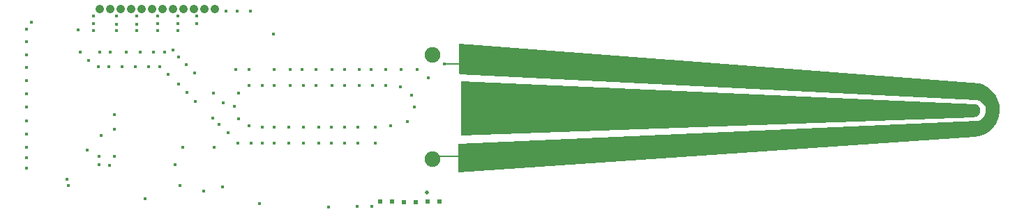
<source format=gbr>
G04 EAGLE Gerber RS-274X export*
G75*
%MOMM*%
%FSLAX34Y34*%
%LPD*%
%INCopper Layer 15*%
%IPPOS*%
%AMOC8*
5,1,8,0,0,1.08239X$1,22.5*%
G01*
%ADD10C,1.905000*%
%ADD11C,1.050000*%
%ADD12C,0.453200*%
%ADD13C,0.603200*%
%ADD14C,0.203200*%
%ADD15C,0.503200*%

G36*
X537795Y58103D02*
X537795Y58103D01*
X537803Y58102D01*
X1163278Y101366D01*
X1163298Y101371D01*
X1163331Y101372D01*
X1167817Y101998D01*
X1167848Y102008D01*
X1167921Y102020D01*
X1172276Y103264D01*
X1172305Y103277D01*
X1172376Y103300D01*
X1176516Y105136D01*
X1176543Y105154D01*
X1176610Y105186D01*
X1180455Y107579D01*
X1180480Y107601D01*
X1180541Y107641D01*
X1184017Y110546D01*
X1184038Y110570D01*
X1184093Y110619D01*
X1187132Y113978D01*
X1187149Y114006D01*
X1187197Y114062D01*
X1187675Y114766D01*
X1188191Y115527D01*
X1188707Y116289D01*
X1188708Y116289D01*
X1189740Y117810D01*
X1189753Y117840D01*
X1189793Y117902D01*
X1191790Y121967D01*
X1191799Y121998D01*
X1191830Y122066D01*
X1193243Y126369D01*
X1193247Y126392D01*
X1193254Y126408D01*
X1193257Y126429D01*
X1193269Y126472D01*
X1194071Y130930D01*
X1194071Y130962D01*
X1194082Y131035D01*
X1194257Y135561D01*
X1194253Y135593D01*
X1194254Y135667D01*
X1193798Y140174D01*
X1193790Y140205D01*
X1193780Y140278D01*
X1192703Y144678D01*
X1192691Y144707D01*
X1192671Y144778D01*
X1190993Y148986D01*
X1190976Y149014D01*
X1190947Y149081D01*
X1188701Y153015D01*
X1188681Y153040D01*
X1188643Y153103D01*
X1185872Y156686D01*
X1185848Y156708D01*
X1185802Y156765D01*
X1182560Y159929D01*
X1182534Y159948D01*
X1182479Y159998D01*
X1178830Y162681D01*
X1178801Y162696D01*
X1178741Y162738D01*
X1174754Y164888D01*
X1174723Y164898D01*
X1174657Y164931D01*
X1170411Y166507D01*
X1170389Y166511D01*
X1170369Y166521D01*
X1170204Y166552D01*
X539058Y214816D01*
X539009Y214812D01*
X538961Y214818D01*
X538887Y214802D01*
X538813Y214795D01*
X538768Y214776D01*
X538720Y214765D01*
X538656Y214727D01*
X538587Y214697D01*
X538551Y214664D01*
X538509Y214639D01*
X538461Y214582D01*
X538405Y214532D01*
X538381Y214489D01*
X538349Y214452D01*
X538321Y214383D01*
X538285Y214318D01*
X538276Y214270D01*
X538257Y214224D01*
X538243Y214100D01*
X538239Y214076D01*
X538240Y214069D01*
X538239Y214057D01*
X538239Y178750D01*
X538239Y178749D01*
X538239Y178748D01*
X538260Y178623D01*
X538279Y178507D01*
X538279Y178506D01*
X538340Y178391D01*
X538394Y178290D01*
X538394Y178289D01*
X538486Y178202D01*
X538572Y178121D01*
X538573Y178120D01*
X538682Y178069D01*
X538795Y178017D01*
X538796Y178017D01*
X538796Y178016D01*
X538962Y177990D01*
X1165179Y146741D01*
X1167456Y146428D01*
X1169612Y145737D01*
X1171617Y144683D01*
X1173410Y143300D01*
X1174936Y141627D01*
X1176151Y139715D01*
X1177018Y137623D01*
X1177510Y135412D01*
X1177613Y133150D01*
X1177323Y130904D01*
X1176650Y128741D01*
X1175614Y126728D01*
X1174245Y124924D01*
X1172585Y123383D01*
X1170684Y122152D01*
X1168599Y121267D01*
X1166397Y120757D01*
X537717Y93261D01*
X537714Y93260D01*
X537711Y93260D01*
X537594Y93235D01*
X537476Y93210D01*
X537473Y93209D01*
X537470Y93208D01*
X537366Y93146D01*
X537264Y93086D01*
X537262Y93083D01*
X537259Y93082D01*
X537180Y92990D01*
X537102Y92900D01*
X537101Y92897D01*
X537099Y92895D01*
X537054Y92782D01*
X537009Y92673D01*
X537008Y92670D01*
X537007Y92667D01*
X536989Y92500D01*
X536989Y58862D01*
X536996Y58816D01*
X536994Y58770D01*
X537016Y58695D01*
X537029Y58619D01*
X537050Y58578D01*
X537063Y58534D01*
X537107Y58470D01*
X537144Y58402D01*
X537177Y58370D01*
X537204Y58332D01*
X537266Y58286D01*
X537322Y58232D01*
X537364Y58213D01*
X537401Y58185D01*
X537475Y58161D01*
X537545Y58129D01*
X537591Y58123D01*
X537635Y58109D01*
X537770Y58104D01*
X537789Y58101D01*
X537795Y58103D01*
G37*
G36*
X1162965Y125611D02*
X1162965Y125611D01*
X1162992Y125617D01*
X1163044Y125618D01*
X1164549Y125832D01*
X1164563Y125836D01*
X1164675Y125863D01*
X1164691Y125866D01*
X1164695Y125868D01*
X1164703Y125870D01*
X1166131Y126391D01*
X1166143Y126398D01*
X1166273Y126461D01*
X1167562Y127267D01*
X1167573Y127276D01*
X1167687Y127365D01*
X1168780Y128420D01*
X1168789Y128432D01*
X1168882Y128542D01*
X1169732Y129801D01*
X1169739Y129815D01*
X1169807Y129942D01*
X1170378Y131350D01*
X1170381Y131364D01*
X1170421Y131503D01*
X1170687Y132999D01*
X1170687Y133013D01*
X1170699Y133157D01*
X1170648Y134676D01*
X1170645Y134691D01*
X1170626Y134834D01*
X1170262Y136309D01*
X1170256Y136322D01*
X1170208Y136458D01*
X1169545Y137826D01*
X1169537Y137838D01*
X1169461Y137961D01*
X1168529Y139161D01*
X1168519Y139171D01*
X1168419Y139276D01*
X1167259Y140257D01*
X1167246Y140264D01*
X1167127Y140346D01*
X1165788Y141064D01*
X1165774Y141069D01*
X1165641Y141124D01*
X1164182Y141550D01*
X1164175Y141550D01*
X1164169Y141553D01*
X1164003Y141579D01*
X541534Y169511D01*
X541497Y169506D01*
X541461Y169510D01*
X541376Y169492D01*
X541290Y169482D01*
X541256Y169466D01*
X541220Y169458D01*
X541146Y169413D01*
X541068Y169376D01*
X541041Y169351D01*
X541009Y169332D01*
X540953Y169266D01*
X540890Y169206D01*
X540873Y169173D01*
X540849Y169145D01*
X540817Y169064D01*
X540777Y168988D01*
X540771Y168951D01*
X540757Y168917D01*
X540739Y168750D01*
X540739Y103750D01*
X540744Y103717D01*
X540742Y103683D01*
X540764Y103596D01*
X540779Y103507D01*
X540794Y103477D01*
X540803Y103445D01*
X540852Y103369D01*
X540894Y103290D01*
X540918Y103267D01*
X540936Y103238D01*
X541007Y103182D01*
X541072Y103121D01*
X541103Y103106D01*
X541129Y103085D01*
X541214Y103055D01*
X541295Y103017D01*
X541329Y103013D01*
X541360Y103002D01*
X541528Y102989D01*
X1162965Y125611D01*
G37*
D10*
X506000Y201000D03*
X506000Y74000D03*
D11*
X190700Y257000D03*
X203400Y257000D03*
X216100Y257000D03*
X228800Y257000D03*
X241500Y257000D03*
X178000Y257000D03*
X165300Y257000D03*
X152600Y257000D03*
X139900Y257000D03*
X127200Y257000D03*
X114500Y257000D03*
X101800Y257000D03*
D12*
X543000Y144000D03*
X543000Y124000D03*
X299000Y113750D03*
X314000Y113750D03*
X331500Y113750D03*
X349000Y113750D03*
X367750Y113750D03*
X382750Y113750D03*
X399000Y113750D03*
X415250Y113750D03*
X436500Y113750D03*
X282750Y115000D03*
X270250Y123750D03*
X265250Y138750D03*
X270250Y155000D03*
X282750Y163750D03*
X299000Y163750D03*
X314000Y163750D03*
X332750Y163750D03*
X349000Y163750D03*
X364000Y163750D03*
X384000Y163750D03*
X399000Y163750D03*
X416500Y163750D03*
X432750Y163750D03*
X449000Y163750D03*
X466500Y162500D03*
X480250Y152500D03*
X484000Y137500D03*
X475250Y120000D03*
X455250Y115000D03*
X282750Y183750D03*
X314000Y183750D03*
X332750Y183750D03*
X347750Y183750D03*
X364000Y183750D03*
X384000Y183750D03*
X399000Y183750D03*
X416500Y183750D03*
X431500Y183750D03*
X449000Y183750D03*
X12750Y63000D03*
X12750Y75750D03*
X12750Y88750D03*
X12750Y105000D03*
X12750Y121250D03*
X12750Y137500D03*
X12750Y153750D03*
X12750Y170000D03*
X12750Y186250D03*
X12750Y201250D03*
X12750Y217500D03*
X12750Y232500D03*
X251250Y40750D03*
X61750Y49750D03*
X299000Y93750D03*
X314000Y93750D03*
X331500Y93750D03*
X349000Y93750D03*
X367750Y93750D03*
X382750Y93750D03*
X399000Y93750D03*
X415250Y93750D03*
X436500Y93750D03*
D13*
X514200Y22600D03*
D12*
X286000Y93750D03*
X270000Y93750D03*
X258000Y106750D03*
X247000Y116750D03*
X218000Y144750D03*
X208000Y155750D03*
X198000Y165750D03*
X185000Y177750D03*
X175000Y186750D03*
X161000Y186750D03*
X145000Y186750D03*
X129000Y186750D03*
X113000Y186750D03*
X78000Y204750D03*
X207000Y189750D03*
X198000Y198750D03*
X181000Y204750D03*
X151000Y204750D03*
X134000Y204750D03*
X115000Y204750D03*
X217000Y179750D03*
X240000Y154750D03*
X252000Y142750D03*
X239000Y124750D03*
X167000Y204750D03*
X100000Y186750D03*
X88000Y194750D03*
X266750Y183750D03*
X468000Y183750D03*
X487000Y183750D03*
X501000Y173750D03*
X122000Y248750D03*
X122000Y238750D03*
X147000Y248750D03*
X147000Y238750D03*
X172000Y248750D03*
X197000Y248750D03*
X172000Y239750D03*
X197000Y239750D03*
X220000Y248750D03*
X197000Y230750D03*
X172000Y230750D03*
X147000Y230750D03*
X122000Y230750D03*
X94000Y248750D03*
X94000Y230750D03*
X255000Y254750D03*
X269000Y254750D03*
X285000Y254750D03*
X220000Y239750D03*
X414000Y16750D03*
X432000Y16750D03*
X102000Y204750D03*
X94000Y239750D03*
X119750Y128750D03*
X119750Y110750D03*
X119750Y77750D03*
X100750Y77750D03*
D14*
X506000Y74000D02*
X510000Y78000D01*
X539000Y78000D01*
D12*
X520500Y190400D03*
D14*
X539600Y190400D01*
X540000Y190000D01*
D12*
X228000Y35750D03*
X64000Y42500D03*
D15*
X499000Y34000D03*
D13*
X499600Y22500D03*
D12*
X101000Y68000D03*
X157000Y26000D03*
X296000Y20000D03*
D13*
X456600Y22400D03*
D12*
X114000Y67000D03*
X87000Y85000D03*
D13*
X442100Y22500D03*
X485300Y22300D03*
X471100Y22300D03*
D12*
X76000Y232000D03*
X380000Y16000D03*
X19000Y241000D03*
X199000Y42000D03*
X191000Y207000D03*
X313000Y227000D03*
X241000Y89000D03*
X193000Y68000D03*
X203000Y89000D03*
X104000Y103000D03*
M02*

</source>
